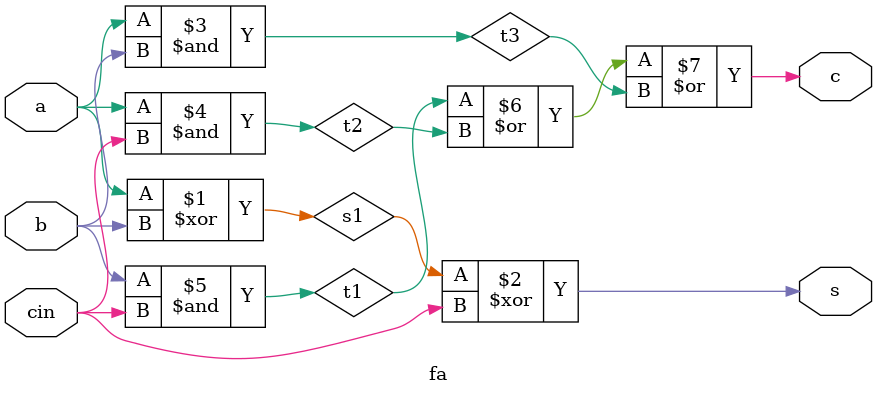
<source format=v>
module fa (
  input a,b,cin,
  output s,c
);
  wire s1,t1,t2,t3;
  assign s1 = a^b;
  assign s = s1^cin;
  assign t3 = a&b;
  assign t2 = a&cin;
  assign t1 = b&cin;
  assign c = t1|t2|t3;
endmodule
</source>
